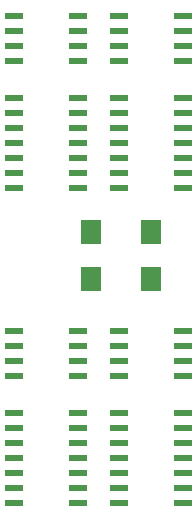
<source format=gtp>
G04 #@! TF.GenerationSoftware,KiCad,Pcbnew,5.0.0-rc2-unknown-06ff563~65~ubuntu18.04.1*
G04 #@! TF.CreationDate,2018-06-29T13:07:05+02:00*
G04 #@! TF.ProjectId,raspi3-4xMCP2517FD,7261737069332D34784D435032353137,rev?*
G04 #@! TF.SameCoordinates,Original*
G04 #@! TF.FileFunction,Paste,Top*
G04 #@! TF.FilePolarity,Positive*
%FSLAX46Y46*%
G04 Gerber Fmt 4.6, Leading zero omitted, Abs format (unit mm)*
G04 Created by KiCad (PCBNEW 5.0.0-rc2-unknown-06ff563~65~ubuntu18.04.1) date Fri Jun 29 13:07:05 2018*
%MOMM*%
%LPD*%
G01*
G04 APERTURE LIST*
%ADD10R,1.800000X2.000000*%
%ADD11R,1.500000X0.600000*%
%ADD12R,1.550000X0.600000*%
G04 APERTURE END LIST*
D10*
G04 #@! TO.C,X1*
X90170000Y-54705000D03*
X95250000Y-54705000D03*
X95250000Y-50705000D03*
X90170000Y-50705000D03*
G04 #@! TD*
D11*
G04 #@! TO.C,U1*
X92550000Y-39370000D03*
X92550000Y-40640000D03*
X92550000Y-41910000D03*
X92550000Y-43180000D03*
X92550000Y-44450000D03*
X92550000Y-45720000D03*
X92550000Y-46990000D03*
X97950000Y-46990000D03*
X97950000Y-45720000D03*
X97950000Y-44450000D03*
X97950000Y-43180000D03*
X97950000Y-41910000D03*
X97950000Y-40640000D03*
X97950000Y-39370000D03*
G04 #@! TD*
G04 #@! TO.C,U2*
X89060000Y-39370000D03*
X89060000Y-40640000D03*
X89060000Y-41910000D03*
X89060000Y-43180000D03*
X89060000Y-44450000D03*
X89060000Y-45720000D03*
X89060000Y-46990000D03*
X83660000Y-46990000D03*
X83660000Y-45720000D03*
X83660000Y-44450000D03*
X83660000Y-43180000D03*
X83660000Y-41910000D03*
X83660000Y-40640000D03*
X83660000Y-39370000D03*
G04 #@! TD*
G04 #@! TO.C,U3*
X92550000Y-66040000D03*
X92550000Y-67310000D03*
X92550000Y-68580000D03*
X92550000Y-69850000D03*
X92550000Y-71120000D03*
X92550000Y-72390000D03*
X92550000Y-73660000D03*
X97950000Y-73660000D03*
X97950000Y-72390000D03*
X97950000Y-71120000D03*
X97950000Y-69850000D03*
X97950000Y-68580000D03*
X97950000Y-67310000D03*
X97950000Y-66040000D03*
G04 #@! TD*
G04 #@! TO.C,U4*
X89060000Y-66040000D03*
X89060000Y-67310000D03*
X89060000Y-68580000D03*
X89060000Y-69850000D03*
X89060000Y-71120000D03*
X89060000Y-72390000D03*
X89060000Y-73660000D03*
X83660000Y-73660000D03*
X83660000Y-72390000D03*
X83660000Y-71120000D03*
X83660000Y-69850000D03*
X83660000Y-68580000D03*
X83660000Y-67310000D03*
X83660000Y-66040000D03*
G04 #@! TD*
D12*
G04 #@! TO.C,U5*
X97950000Y-32385000D03*
X97950000Y-33655000D03*
X97950000Y-34925000D03*
X97950000Y-36195000D03*
X92550000Y-36195000D03*
X92550000Y-34925000D03*
X92550000Y-33655000D03*
X92550000Y-32385000D03*
G04 #@! TD*
G04 #@! TO.C,U6*
X83660000Y-32385000D03*
X83660000Y-33655000D03*
X83660000Y-34925000D03*
X83660000Y-36195000D03*
X89060000Y-36195000D03*
X89060000Y-34925000D03*
X89060000Y-33655000D03*
X89060000Y-32385000D03*
G04 #@! TD*
G04 #@! TO.C,U7*
X97950000Y-59055000D03*
X97950000Y-60325000D03*
X97950000Y-61595000D03*
X97950000Y-62865000D03*
X92550000Y-62865000D03*
X92550000Y-61595000D03*
X92550000Y-60325000D03*
X92550000Y-59055000D03*
G04 #@! TD*
G04 #@! TO.C,U8*
X83660000Y-59055000D03*
X83660000Y-60325000D03*
X83660000Y-61595000D03*
X83660000Y-62865000D03*
X89060000Y-62865000D03*
X89060000Y-61595000D03*
X89060000Y-60325000D03*
X89060000Y-59055000D03*
G04 #@! TD*
M02*

</source>
